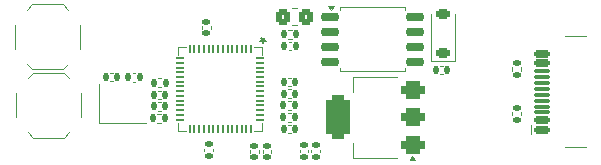
<source format=gbr>
%TF.GenerationSoftware,KiCad,Pcbnew,8.0.8*%
%TF.CreationDate,2025-01-31T11:20:25+01:00*%
%TF.ProjectId,RP2040_Template,52503230-3430-45f5-9465-6d706c617465,rev?*%
%TF.SameCoordinates,Original*%
%TF.FileFunction,Legend,Top*%
%TF.FilePolarity,Positive*%
%FSLAX46Y46*%
G04 Gerber Fmt 4.6, Leading zero omitted, Abs format (unit mm)*
G04 Created by KiCad (PCBNEW 8.0.8) date 2025-01-31 11:20:25*
%MOMM*%
%LPD*%
G01*
G04 APERTURE LIST*
G04 Aperture macros list*
%AMRoundRect*
0 Rectangle with rounded corners*
0 $1 Rounding radius*
0 $2 $3 $4 $5 $6 $7 $8 $9 X,Y pos of 4 corners*
0 Add a 4 corners polygon primitive as box body*
4,1,4,$2,$3,$4,$5,$6,$7,$8,$9,$2,$3,0*
0 Add four circle primitives for the rounded corners*
1,1,$1+$1,$2,$3*
1,1,$1+$1,$4,$5*
1,1,$1+$1,$6,$7*
1,1,$1+$1,$8,$9*
0 Add four rect primitives between the rounded corners*
20,1,$1+$1,$2,$3,$4,$5,0*
20,1,$1+$1,$4,$5,$6,$7,0*
20,1,$1+$1,$6,$7,$8,$9,0*
20,1,$1+$1,$8,$9,$2,$3,0*%
G04 Aperture macros list end*
%ADD10C,0.153000*%
%ADD11C,0.120000*%
%ADD12RoundRect,0.140000X-0.170000X0.140000X-0.170000X-0.140000X0.170000X-0.140000X0.170000X0.140000X0*%
%ADD13RoundRect,0.135000X0.135000X0.185000X-0.135000X0.185000X-0.135000X-0.185000X0.135000X-0.185000X0*%
%ADD14RoundRect,0.140000X0.140000X0.170000X-0.140000X0.170000X-0.140000X-0.170000X0.140000X-0.170000X0*%
%ADD15RoundRect,0.225000X0.375000X-0.225000X0.375000X0.225000X-0.375000X0.225000X-0.375000X-0.225000X0*%
%ADD16RoundRect,0.140000X-0.140000X-0.170000X0.140000X-0.170000X0.140000X0.170000X-0.140000X0.170000X0*%
%ADD17RoundRect,0.250000X0.350000X0.450000X-0.350000X0.450000X-0.350000X-0.450000X0.350000X-0.450000X0*%
%ADD18R,1.000000X0.750000*%
%ADD19R,1.400000X1.200000*%
%ADD20RoundRect,0.140000X0.170000X-0.140000X0.170000X0.140000X-0.170000X0.140000X-0.170000X-0.140000X0*%
%ADD21RoundRect,0.375000X0.625000X0.375000X-0.625000X0.375000X-0.625000X-0.375000X0.625000X-0.375000X0*%
%ADD22RoundRect,0.500000X0.500000X1.400000X-0.500000X1.400000X-0.500000X-1.400000X0.500000X-1.400000X0*%
%ADD23RoundRect,0.135000X0.185000X-0.135000X0.185000X0.135000X-0.185000X0.135000X-0.185000X-0.135000X0*%
%ADD24RoundRect,0.050000X-0.050000X0.330000X-0.050000X-0.330000X0.050000X-0.330000X0.050000X0.330000X0*%
%ADD25RoundRect,0.050000X0.330000X0.050000X-0.330000X0.050000X-0.330000X-0.050000X0.330000X-0.050000X0*%
%ADD26RoundRect,0.135000X-0.135000X-0.185000X0.135000X-0.185000X0.135000X0.185000X-0.135000X0.185000X0*%
%ADD27RoundRect,0.150000X-0.650000X-0.150000X0.650000X-0.150000X0.650000X0.150000X-0.650000X0.150000X0*%
%ADD28RoundRect,0.135000X-0.185000X0.135000X-0.185000X-0.135000X0.185000X-0.135000X0.185000X0.135000X0*%
%ADD29C,0.650000*%
%ADD30RoundRect,0.150000X0.500000X-0.150000X0.500000X0.150000X-0.500000X0.150000X-0.500000X-0.150000X0*%
%ADD31RoundRect,0.075000X0.575000X-0.075000X0.575000X0.075000X-0.575000X0.075000X-0.575000X-0.075000X0*%
%ADD32O,2.100000X1.000000*%
%ADD33O,1.600000X1.000000*%
%ADD34R,1.700000X1.700000*%
%ADD35O,1.700000X1.700000*%
G04 APERTURE END LIST*
D10*
X109680199Y-86494336D02*
X109680199Y-86256241D01*
X109918294Y-86351479D02*
X109680199Y-86256241D01*
X109680199Y-86256241D02*
X109442104Y-86351479D01*
X109823056Y-86065765D02*
X109680199Y-86256241D01*
X109680199Y-86256241D02*
X109537342Y-86065765D01*
D11*
%TO.C,C11*%
X104740000Y-95462164D02*
X104740000Y-95677836D01*
X105460000Y-95462164D02*
X105460000Y-95677836D01*
%TO.C,R2*%
X101108841Y-89499000D02*
X100801559Y-89499000D01*
X101108841Y-90259000D02*
X100801559Y-90259000D01*
%TO.C,C12*%
X101043036Y-90519000D02*
X100827364Y-90519000D01*
X101043036Y-91239000D02*
X100827364Y-91239000D01*
%TO.C,R4*%
X112093841Y-92394000D02*
X111786559Y-92394000D01*
X112093841Y-93154000D02*
X111786559Y-93154000D01*
%TO.C,D1*%
X123950000Y-88060000D02*
X123950000Y-84050000D01*
X123950000Y-88060000D02*
X125950000Y-88060000D01*
X125950000Y-88060000D02*
X125950000Y-84050000D01*
%TO.C,C14*%
X111872164Y-86390000D02*
X112087836Y-86390000D01*
X111872164Y-87110000D02*
X112087836Y-87110000D01*
%TO.C,R5*%
X112597064Y-83525000D02*
X112142936Y-83525000D01*
X112597064Y-84995000D02*
X112142936Y-84995000D01*
%TO.C,SW2*%
X88770000Y-92760000D02*
X88770000Y-90760000D01*
X89770000Y-89460000D02*
X90220000Y-89010000D01*
X89770000Y-94060000D02*
X90220000Y-94510000D01*
X92820000Y-89010000D02*
X90220000Y-89010000D01*
X92820000Y-94510000D02*
X90220000Y-94510000D01*
X93270000Y-89460000D02*
X92820000Y-89010000D01*
X93270000Y-94060000D02*
X92820000Y-94510000D01*
X94270000Y-92760000D02*
X94270000Y-90760000D01*
%TO.C,C9*%
X108620200Y-95566164D02*
X108620200Y-95781836D01*
X109340200Y-95566164D02*
X109340200Y-95781836D01*
%TO.C,C6*%
X111842364Y-89439000D02*
X112058036Y-89439000D01*
X111842364Y-90159000D02*
X112058036Y-90159000D01*
%TO.C,Y1*%
X95805200Y-93284000D02*
X95805200Y-89984000D01*
X99805200Y-93284000D02*
X95805200Y-93284000D01*
%TO.C,C10*%
X109665200Y-95572164D02*
X109665200Y-95787836D01*
X110385200Y-95572164D02*
X110385200Y-95787836D01*
%TO.C,C13*%
X104555200Y-85306836D02*
X104555200Y-85091164D01*
X105275200Y-85306836D02*
X105275200Y-85091164D01*
%TO.C,U2*%
X117310000Y-89382500D02*
X117310000Y-90642500D01*
X117310000Y-96202500D02*
X117310000Y-94942500D01*
X121070000Y-89382500D02*
X117310000Y-89382500D01*
X121070000Y-96202500D02*
X117310000Y-96202500D01*
X122590000Y-96432500D02*
X122110000Y-96432500D01*
X122350000Y-96102500D01*
X122590000Y-96432500D01*
G36*
X122590000Y-96432500D02*
G01*
X122110000Y-96432500D01*
X122350000Y-96102500D01*
X122590000Y-96432500D01*
G37*
%TO.C,R7*%
X130820000Y-92633641D02*
X130820000Y-92326359D01*
X131580000Y-92633641D02*
X131580000Y-92326359D01*
%TO.C,C2*%
X113790000Y-95532164D02*
X113790000Y-95747836D01*
X114510000Y-95532164D02*
X114510000Y-95747836D01*
%TO.C,SW1*%
X88710000Y-84980000D02*
X88710000Y-86980000D01*
X89710000Y-83680000D02*
X90160000Y-83230000D01*
X89710000Y-88280000D02*
X90160000Y-88730000D01*
X90160000Y-83230000D02*
X92760000Y-83230000D01*
X90160000Y-88730000D02*
X92760000Y-88730000D01*
X93210000Y-83680000D02*
X92760000Y-83230000D01*
X93210000Y-88280000D02*
X92760000Y-88730000D01*
X94210000Y-84980000D02*
X94210000Y-86980000D01*
%TO.C,U1*%
X102550000Y-86825000D02*
X102550000Y-87495000D01*
X102550000Y-93925000D02*
X102550000Y-93255000D01*
X103220000Y-86825000D02*
X102550000Y-86825000D01*
X103220000Y-93925000D02*
X102550000Y-93925000D01*
X108980000Y-86825000D02*
X109650000Y-86825000D01*
X108980000Y-93925000D02*
X109650000Y-93925000D01*
X109650000Y-86825000D02*
X109650000Y-87495000D01*
X109650000Y-93925000D02*
X109650000Y-93255000D01*
%TO.C,C5*%
X96747364Y-89034000D02*
X96963036Y-89034000D01*
X96747364Y-89754000D02*
X96963036Y-89754000D01*
%TO.C,C8*%
X111847364Y-93414000D02*
X112063036Y-93414000D01*
X111847364Y-94134000D02*
X112063036Y-94134000D01*
%TO.C,C4*%
X98893036Y-89044000D02*
X98677364Y-89044000D01*
X98893036Y-89764000D02*
X98677364Y-89764000D01*
%TO.C,R6*%
X100771559Y-92474000D02*
X101078841Y-92474000D01*
X100771559Y-93234000D02*
X101078841Y-93234000D01*
%TO.C,C1*%
X124702164Y-88440000D02*
X124917836Y-88440000D01*
X124702164Y-89160000D02*
X124917836Y-89160000D01*
%TO.C,R3*%
X112093841Y-91394000D02*
X111786559Y-91394000D01*
X112093841Y-92154000D02*
X111786559Y-92154000D01*
%TO.C,U4*%
X116255000Y-83455000D02*
X116255000Y-83715000D01*
X116255000Y-88905000D02*
X116255000Y-88645000D01*
X118980000Y-83455000D02*
X116255000Y-83455000D01*
X118980000Y-83455000D02*
X121705000Y-83455000D01*
X118980000Y-88905000D02*
X116255000Y-88905000D01*
X118980000Y-88905000D02*
X121705000Y-88905000D01*
X121705000Y-83455000D02*
X121705000Y-83715000D01*
X121705000Y-88905000D02*
X121705000Y-88645000D01*
X115472500Y-83715000D02*
X115232500Y-83385000D01*
X115712500Y-83385000D01*
X115472500Y-83715000D01*
G36*
X115472500Y-83715000D02*
G01*
X115232500Y-83385000D01*
X115712500Y-83385000D01*
X115472500Y-83715000D01*
G37*
%TO.C,C15*%
X111847364Y-90414000D02*
X112063036Y-90414000D01*
X111847364Y-91134000D02*
X112063036Y-91134000D01*
%TO.C,R1*%
X112163641Y-85360000D02*
X111856359Y-85360000D01*
X112163641Y-86120000D02*
X111856359Y-86120000D01*
%TO.C,C7*%
X101043036Y-91494000D02*
X100827364Y-91494000D01*
X101043036Y-92214000D02*
X100827364Y-92214000D01*
%TO.C,C3*%
X112800000Y-95522164D02*
X112800000Y-95737836D01*
X113520000Y-95522164D02*
X113520000Y-95737836D01*
%TO.C,R8*%
X130795000Y-88546359D02*
X130795000Y-88853641D01*
X131555000Y-88546359D02*
X131555000Y-88853641D01*
%TO.C,J3*%
X132375000Y-93430000D02*
X132375000Y-94230000D01*
X135295000Y-85930000D02*
X137075000Y-85930000D01*
X135295000Y-95330000D02*
X137075000Y-95330000D01*
%TD*%
%LPC*%
%TO.C,U1*%
X105875000Y-90150000D02*
X104775000Y-90150000D01*
X104775000Y-89050000D01*
X105875000Y-89050000D01*
X105875000Y-90150000D01*
G36*
X105875000Y-90150000D02*
G01*
X104775000Y-90150000D01*
X104775000Y-89050000D01*
X105875000Y-89050000D01*
X105875000Y-90150000D01*
G37*
X105875000Y-91700000D02*
X104775000Y-91700000D01*
X104775000Y-90600000D01*
X105875000Y-90600000D01*
X105875000Y-91700000D01*
G36*
X105875000Y-91700000D02*
G01*
X104775000Y-91700000D01*
X104775000Y-90600000D01*
X105875000Y-90600000D01*
X105875000Y-91700000D01*
G37*
X107425000Y-90150000D02*
X106325000Y-90150000D01*
X106325000Y-89050000D01*
X107425000Y-89050000D01*
X107425000Y-90150000D01*
G36*
X107425000Y-90150000D02*
G01*
X106325000Y-90150000D01*
X106325000Y-89050000D01*
X107425000Y-89050000D01*
X107425000Y-90150000D01*
G37*
X107425000Y-91700000D02*
X106325000Y-91700000D01*
X106325000Y-90600000D01*
X107425000Y-90600000D01*
X107425000Y-91700000D01*
G36*
X107425000Y-91700000D02*
G01*
X106325000Y-91700000D01*
X106325000Y-90600000D01*
X107425000Y-90600000D01*
X107425000Y-91700000D01*
G37*
%TD*%
D12*
%TO.C,C11*%
X105100000Y-95090000D03*
X105100000Y-96050000D03*
%TD*%
D13*
%TO.C,R2*%
X101465200Y-89879000D03*
X100445200Y-89879000D03*
%TD*%
D14*
%TO.C,C12*%
X101415200Y-90879000D03*
X100455200Y-90879000D03*
%TD*%
D13*
%TO.C,R4*%
X112450200Y-92774000D03*
X111430200Y-92774000D03*
%TD*%
D15*
%TO.C,D1*%
X124950000Y-87350000D03*
X124950000Y-84050000D03*
%TD*%
D16*
%TO.C,C14*%
X111500000Y-86750000D03*
X112460000Y-86750000D03*
%TD*%
D17*
%TO.C,R5*%
X113370000Y-84260000D03*
X111370000Y-84260000D03*
%TD*%
D18*
%TO.C,SW2*%
X94520000Y-93635000D03*
X88520000Y-93635000D03*
X94520000Y-89885000D03*
X88520000Y-89885000D03*
%TD*%
D12*
%TO.C,C9*%
X108980200Y-95194000D03*
X108980200Y-96154000D03*
%TD*%
D16*
%TO.C,C6*%
X111470200Y-89799000D03*
X112430200Y-89799000D03*
%TD*%
D19*
%TO.C,Y1*%
X96705200Y-92484000D03*
X98905200Y-92484000D03*
X98905200Y-90784000D03*
X96705200Y-90784000D03*
%TD*%
D12*
%TO.C,C10*%
X110025200Y-95200000D03*
X110025200Y-96160000D03*
%TD*%
D20*
%TO.C,C13*%
X104915200Y-85679000D03*
X104915200Y-84719000D03*
%TD*%
D21*
%TO.C,U2*%
X122370000Y-95092500D03*
X122370000Y-92792500D03*
D22*
X116070000Y-92792500D03*
D21*
X122370000Y-90492500D03*
%TD*%
D23*
%TO.C,R7*%
X131200000Y-92990000D03*
X131200000Y-91970000D03*
%TD*%
D12*
%TO.C,C2*%
X114150000Y-95160000D03*
X114150000Y-96120000D03*
%TD*%
D18*
%TO.C,SW1*%
X88460000Y-84105000D03*
X94460000Y-84105000D03*
X88460000Y-87855000D03*
X94460000Y-87855000D03*
%TD*%
D24*
%TO.C,U1*%
X108700000Y-86990000D03*
X108300000Y-86990000D03*
X107900000Y-86990000D03*
X107500000Y-86990000D03*
X107100000Y-86990000D03*
X106700000Y-86990000D03*
X106300000Y-86990000D03*
X105900000Y-86990000D03*
X105500000Y-86990000D03*
X105100000Y-86990000D03*
X104700000Y-86990000D03*
X104300000Y-86990000D03*
X103900000Y-86990000D03*
X103500000Y-86990000D03*
D25*
X102715000Y-87775000D03*
X102715000Y-88175000D03*
X102715000Y-88575000D03*
X102715000Y-88975000D03*
X102715000Y-89375000D03*
X102715000Y-89775000D03*
X102715000Y-90175000D03*
X102715000Y-90575000D03*
X102715000Y-90975000D03*
X102715000Y-91375000D03*
X102715000Y-91775000D03*
X102715000Y-92175000D03*
X102715000Y-92575000D03*
X102715000Y-92975000D03*
D24*
X103500000Y-93760000D03*
X103900000Y-93760000D03*
X104300000Y-93760000D03*
X104700000Y-93760000D03*
X105100000Y-93760000D03*
X105500000Y-93760000D03*
X105900000Y-93760000D03*
X106300000Y-93760000D03*
X106700000Y-93760000D03*
X107100000Y-93760000D03*
X107500000Y-93760000D03*
X107900000Y-93760000D03*
X108300000Y-93760000D03*
X108700000Y-93760000D03*
D25*
X109485000Y-92975000D03*
X109485000Y-92575000D03*
X109485000Y-92175000D03*
X109485000Y-91775000D03*
X109485000Y-91375000D03*
X109485000Y-90975000D03*
X109485000Y-90575000D03*
X109485000Y-90175000D03*
X109485000Y-89775000D03*
X109485000Y-89375000D03*
X109485000Y-88975000D03*
X109485000Y-88575000D03*
X109485000Y-88175000D03*
X109485000Y-87775000D03*
%TD*%
D16*
%TO.C,C5*%
X96375200Y-89394000D03*
X97335200Y-89394000D03*
%TD*%
%TO.C,C8*%
X111475200Y-93774000D03*
X112435200Y-93774000D03*
%TD*%
D14*
%TO.C,C4*%
X99265200Y-89404000D03*
X98305200Y-89404000D03*
%TD*%
D26*
%TO.C,R6*%
X100415200Y-92854000D03*
X101435200Y-92854000D03*
%TD*%
D16*
%TO.C,C1*%
X124330000Y-88800000D03*
X125290000Y-88800000D03*
%TD*%
D13*
%TO.C,R3*%
X112450200Y-91774000D03*
X111430200Y-91774000D03*
%TD*%
D27*
%TO.C,U4*%
X115380000Y-84275000D03*
X115380000Y-85545000D03*
X115380000Y-86815000D03*
X115380000Y-88085000D03*
X122580000Y-88085000D03*
X122580000Y-86815000D03*
X122580000Y-85545000D03*
X122580000Y-84275000D03*
%TD*%
D16*
%TO.C,C15*%
X111475200Y-90774000D03*
X112435200Y-90774000D03*
%TD*%
D13*
%TO.C,R1*%
X112520000Y-85740000D03*
X111500000Y-85740000D03*
%TD*%
D14*
%TO.C,C7*%
X101415200Y-91854000D03*
X100455200Y-91854000D03*
%TD*%
D12*
%TO.C,C3*%
X113160000Y-95150000D03*
X113160000Y-96110000D03*
%TD*%
D28*
%TO.C,R8*%
X131175000Y-88190000D03*
X131175000Y-89210000D03*
%TD*%
D29*
%TO.C,J3*%
X134470000Y-93520000D03*
X134470000Y-87740000D03*
D30*
X133330000Y-93830000D03*
X133330000Y-93030000D03*
D31*
X133330000Y-91880000D03*
X133330000Y-90880000D03*
X133330000Y-90380000D03*
X133330000Y-89380000D03*
D30*
X133330000Y-88230000D03*
X133330000Y-87430000D03*
X133330000Y-87430000D03*
X133330000Y-88230000D03*
D31*
X133330000Y-88880000D03*
X133330000Y-89880000D03*
X133330000Y-91380000D03*
X133330000Y-92380000D03*
D30*
X133330000Y-93030000D03*
X133330000Y-93830000D03*
D32*
X133970000Y-94950000D03*
D33*
X138150000Y-94950000D03*
D32*
X133970000Y-86310000D03*
D33*
X138150000Y-86310000D03*
%TD*%
D34*
%TO.C,J5*%
X129940000Y-99870000D03*
D35*
X132480000Y-99870000D03*
X135020000Y-99870000D03*
X137560000Y-99870000D03*
%TD*%
D34*
%TO.C,J2*%
X124270000Y-99800000D03*
D35*
X121730000Y-99800000D03*
X119190000Y-99800000D03*
X116650000Y-99800000D03*
X114110000Y-99800000D03*
X111570000Y-99800000D03*
X109030000Y-99800000D03*
X106490000Y-99800000D03*
X103950000Y-99800000D03*
X101410000Y-99800000D03*
X98870000Y-99800000D03*
X96330000Y-99800000D03*
X93790000Y-99800000D03*
X91250000Y-99800000D03*
X88710000Y-99800000D03*
%TD*%
D34*
%TO.C,J1*%
X88720000Y-79200000D03*
D35*
X91260000Y-79200000D03*
X93800000Y-79200000D03*
X96340000Y-79200000D03*
X98880000Y-79200000D03*
X101420000Y-79200000D03*
X103960000Y-79200000D03*
X106500000Y-79200000D03*
X109040000Y-79200000D03*
X111580000Y-79200000D03*
X114120000Y-79200000D03*
X116660000Y-79200000D03*
X119200000Y-79200000D03*
X121740000Y-79200000D03*
X124280000Y-79200000D03*
%TD*%
%LPD*%
M02*

</source>
